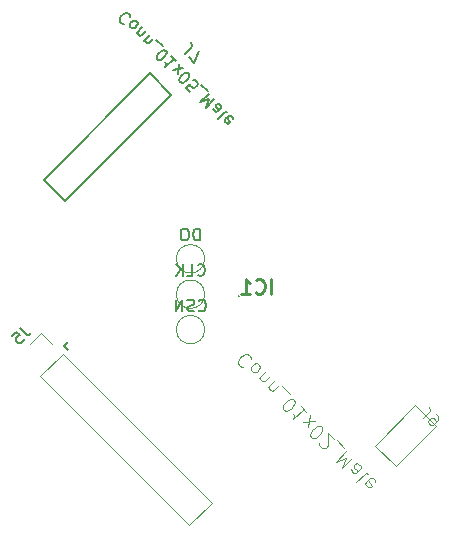
<source format=gbo>
%TF.GenerationSoftware,KiCad,Pcbnew,(6.0.8)*%
%TF.CreationDate,2022-10-29T05:30:09+02:00*%
%TF.ProjectId,view_base,76696577-5f62-4617-9365-2e6b69636164,rev?*%
%TF.SameCoordinates,Original*%
%TF.FileFunction,Legend,Bot*%
%TF.FilePolarity,Positive*%
%FSLAX46Y46*%
G04 Gerber Fmt 4.6, Leading zero omitted, Abs format (unit mm)*
G04 Created by KiCad (PCBNEW (6.0.8)) date 2022-10-29 05:30:09*
%MOMM*%
%LPD*%
G01*
G04 APERTURE LIST*
%ADD10C,0.254000*%
%ADD11C,0.150000*%
%ADD12C,0.101600*%
%ADD13C,0.100000*%
%ADD14C,0.120000*%
G04 APERTURE END LIST*
D10*
%TO.C,IC1*%
X101239761Y-100574523D02*
X101239761Y-99304523D01*
X99909285Y-100453571D02*
X99969761Y-100514047D01*
X100151190Y-100574523D01*
X100272142Y-100574523D01*
X100453571Y-100514047D01*
X100574523Y-100393095D01*
X100635000Y-100272142D01*
X100695476Y-100030238D01*
X100695476Y-99848809D01*
X100635000Y-99606904D01*
X100574523Y-99485952D01*
X100453571Y-99365000D01*
X100272142Y-99304523D01*
X100151190Y-99304523D01*
X99969761Y-99365000D01*
X99909285Y-99425476D01*
X98699761Y-100574523D02*
X99425476Y-100574523D01*
X99062619Y-100574523D02*
X99062619Y-99304523D01*
X99183571Y-99485952D01*
X99304523Y-99606904D01*
X99425476Y-99667380D01*
D11*
%TO.C,TP13*%
X95185714Y-96052380D02*
X95185714Y-95052380D01*
X94947619Y-95052380D01*
X94804761Y-95100000D01*
X94709523Y-95195238D01*
X94661904Y-95290476D01*
X94614285Y-95480952D01*
X94614285Y-95623809D01*
X94661904Y-95814285D01*
X94709523Y-95909523D01*
X94804761Y-96004761D01*
X94947619Y-96052380D01*
X95185714Y-96052380D01*
X93995238Y-95052380D02*
X93804761Y-95052380D01*
X93709523Y-95100000D01*
X93614285Y-95195238D01*
X93566666Y-95385714D01*
X93566666Y-95719047D01*
X93614285Y-95909523D01*
X93709523Y-96004761D01*
X93804761Y-96052380D01*
X93995238Y-96052380D01*
X94090476Y-96004761D01*
X94185714Y-95909523D01*
X94233333Y-95719047D01*
X94233333Y-95385714D01*
X94185714Y-95195238D01*
X94090476Y-95100000D01*
X93995238Y-95052380D01*
D12*
%TO.C,J9*%
X114113820Y-111105249D02*
X114618896Y-110600173D01*
X114686240Y-110465486D01*
X114686240Y-110330799D01*
X114618896Y-110196112D01*
X114551553Y-110128768D01*
X115191316Y-110768531D02*
X115326003Y-110903218D01*
X115359675Y-111004234D01*
X115359675Y-111071577D01*
X115326003Y-111239936D01*
X115224988Y-111408295D01*
X114955614Y-111677669D01*
X114854598Y-111711340D01*
X114787255Y-111711340D01*
X114686240Y-111677669D01*
X114551553Y-111542982D01*
X114517881Y-111441966D01*
X114517881Y-111374623D01*
X114551553Y-111273608D01*
X114719911Y-111105249D01*
X114820927Y-111071577D01*
X114888270Y-111071577D01*
X114989285Y-111105249D01*
X115123972Y-111239936D01*
X115157644Y-111340951D01*
X115157644Y-111408295D01*
X115123972Y-111509310D01*
X99542622Y-106072550D02*
X99542622Y-105991300D01*
X99461372Y-105828801D01*
X99380122Y-105747551D01*
X99217622Y-105666301D01*
X99055122Y-105666301D01*
X98933247Y-105706926D01*
X98730122Y-105828801D01*
X98608247Y-105950676D01*
X98486372Y-106153800D01*
X98445747Y-106275675D01*
X98445747Y-106438175D01*
X98526997Y-106600675D01*
X98608247Y-106681925D01*
X98770747Y-106763175D01*
X98851997Y-106763175D01*
X100111371Y-106478800D02*
X99989496Y-106438175D01*
X99908246Y-106438175D01*
X99786371Y-106478800D01*
X99542622Y-106722550D01*
X99501997Y-106844425D01*
X99501997Y-106925675D01*
X99542622Y-107047550D01*
X99664497Y-107169425D01*
X99786371Y-107210050D01*
X99867621Y-107210050D01*
X99989496Y-107169425D01*
X100233246Y-106925675D01*
X100273871Y-106803800D01*
X100273871Y-106722550D01*
X100233246Y-106600675D01*
X100111371Y-106478800D01*
X100192621Y-107697549D02*
X100761371Y-107128800D01*
X100273871Y-107616299D02*
X100273871Y-107697549D01*
X100314496Y-107819424D01*
X100436371Y-107941299D01*
X100558246Y-107981924D01*
X100680121Y-107941299D01*
X101126995Y-107494424D01*
X100964495Y-108469424D02*
X101533245Y-107900674D01*
X101045745Y-108388174D02*
X101045745Y-108469424D01*
X101086370Y-108591298D01*
X101208245Y-108713173D01*
X101330120Y-108753798D01*
X101451995Y-108713173D01*
X101898870Y-108266299D01*
X102183245Y-108388174D02*
X102833244Y-109038173D01*
X102264494Y-110338172D02*
X102345744Y-110419422D01*
X102467619Y-110460047D01*
X102548869Y-110460047D01*
X102670744Y-110419422D01*
X102873869Y-110297547D01*
X103076994Y-110094422D01*
X103198869Y-109891297D01*
X103239494Y-109769423D01*
X103239494Y-109688173D01*
X103198869Y-109566298D01*
X103117619Y-109485048D01*
X102995744Y-109444423D01*
X102914494Y-109444423D01*
X102792619Y-109485048D01*
X102589494Y-109606923D01*
X102386369Y-109810047D01*
X102264494Y-110013172D01*
X102223870Y-110135047D01*
X102223870Y-110216297D01*
X102264494Y-110338172D01*
X104214493Y-110581922D02*
X103726993Y-110094422D01*
X103970743Y-110338172D02*
X103117619Y-111191296D01*
X103158244Y-110988172D01*
X103158244Y-110825672D01*
X103117619Y-110703797D01*
X104498868Y-110866297D02*
X104376993Y-111881921D01*
X103930118Y-111435046D02*
X104945742Y-111313171D01*
X104580118Y-112653795D02*
X104661368Y-112735045D01*
X104783242Y-112775670D01*
X104864492Y-112775670D01*
X104986367Y-112735045D01*
X105189492Y-112613170D01*
X105392617Y-112410045D01*
X105514492Y-112206921D01*
X105555117Y-112085046D01*
X105555117Y-112003796D01*
X105514492Y-111881921D01*
X105433242Y-111800671D01*
X105311367Y-111760046D01*
X105230117Y-111760046D01*
X105108242Y-111800671D01*
X104905117Y-111922546D01*
X104701993Y-112125671D01*
X104580118Y-112328796D01*
X104539493Y-112450670D01*
X104539493Y-112531920D01*
X104580118Y-112653795D01*
X105270742Y-113181920D02*
X105270742Y-113263170D01*
X105311367Y-113385045D01*
X105514492Y-113588170D01*
X105636367Y-113628794D01*
X105717617Y-113628794D01*
X105839492Y-113588170D01*
X105920742Y-113506920D01*
X106001992Y-113344420D01*
X106001992Y-112369420D01*
X106530116Y-112897545D01*
X106773866Y-112978795D02*
X107423865Y-113628794D01*
X107545740Y-113913169D02*
X106692616Y-114766294D01*
X107586365Y-114441294D01*
X107261366Y-115335043D01*
X108114490Y-114481919D01*
X108886364Y-115253793D02*
X108439490Y-115700668D01*
X108317615Y-115741293D01*
X108195740Y-115700668D01*
X108033240Y-115538168D01*
X107992615Y-115416293D01*
X108845739Y-115294418D02*
X108805114Y-115172543D01*
X108601990Y-114969418D01*
X108480115Y-114928793D01*
X108358240Y-114969418D01*
X108276990Y-115050668D01*
X108236365Y-115172543D01*
X108276990Y-115294418D01*
X108480115Y-115497543D01*
X108520740Y-115619418D01*
X109414489Y-115781918D02*
X109292614Y-115741293D01*
X109170739Y-115781918D01*
X108439490Y-116513167D01*
X110023863Y-116472542D02*
X109983238Y-116350667D01*
X109820739Y-116188167D01*
X109698864Y-116147543D01*
X109576989Y-116188167D01*
X109251989Y-116513167D01*
X109211364Y-116635042D01*
X109251989Y-116756917D01*
X109414489Y-116919417D01*
X109536364Y-116960042D01*
X109658239Y-116919417D01*
X109739489Y-116838167D01*
X109414489Y-116350667D01*
D11*
%TO.C,J5*%
X79925345Y-103453940D02*
X80430421Y-103959016D01*
X80565108Y-104026360D01*
X80699795Y-104026360D01*
X80834482Y-103959016D01*
X80901825Y-103891673D01*
X79251910Y-104127375D02*
X79588627Y-103790658D01*
X79959016Y-104093703D01*
X79891673Y-104093703D01*
X79790658Y-104127375D01*
X79622299Y-104295734D01*
X79588627Y-104396749D01*
X79588627Y-104464093D01*
X79622299Y-104565108D01*
X79790658Y-104733467D01*
X79891673Y-104767138D01*
X79959016Y-104767138D01*
X80060032Y-104733467D01*
X80228390Y-104565108D01*
X80262062Y-104464093D01*
X80262062Y-104396749D01*
%TO.C,TP12*%
X94995238Y-98957142D02*
X95042857Y-99004761D01*
X95185714Y-99052380D01*
X95280952Y-99052380D01*
X95423809Y-99004761D01*
X95519047Y-98909523D01*
X95566666Y-98814285D01*
X95614285Y-98623809D01*
X95614285Y-98480952D01*
X95566666Y-98290476D01*
X95519047Y-98195238D01*
X95423809Y-98100000D01*
X95280952Y-98052380D01*
X95185714Y-98052380D01*
X95042857Y-98100000D01*
X94995238Y-98147619D01*
X94090476Y-99052380D02*
X94566666Y-99052380D01*
X94566666Y-98052380D01*
X93757142Y-99052380D02*
X93757142Y-98052380D01*
X93185714Y-99052380D02*
X93614285Y-98480952D01*
X93185714Y-98052380D02*
X93757142Y-98623809D01*
%TO.C,J7*%
X93975419Y-80253175D02*
X94480495Y-79748099D01*
X94547839Y-79613412D01*
X94547839Y-79478725D01*
X94480495Y-79344038D01*
X94413152Y-79276695D01*
X94244793Y-80522549D02*
X94716198Y-80993954D01*
X95120259Y-79983801D01*
X89311881Y-77138539D02*
X89311881Y-77071195D01*
X89244538Y-76936508D01*
X89177194Y-76869165D01*
X89042507Y-76801821D01*
X88907820Y-76801821D01*
X88806805Y-76835493D01*
X88638446Y-76936508D01*
X88537431Y-77037524D01*
X88436416Y-77205882D01*
X88402744Y-77306898D01*
X88402744Y-77441585D01*
X88470087Y-77576272D01*
X88537431Y-77643615D01*
X88672118Y-77710959D01*
X88739461Y-77710959D01*
X89783286Y-77475256D02*
X89682270Y-77441585D01*
X89614927Y-77441585D01*
X89513912Y-77475256D01*
X89311881Y-77677287D01*
X89278209Y-77778302D01*
X89278209Y-77845646D01*
X89311881Y-77946661D01*
X89412896Y-78047676D01*
X89513912Y-78081348D01*
X89581255Y-78081348D01*
X89682270Y-78047676D01*
X89884301Y-77845646D01*
X89917973Y-77744630D01*
X89917973Y-77677287D01*
X89884301Y-77576272D01*
X89783286Y-77475256D01*
X89850629Y-78485409D02*
X90322034Y-78014004D01*
X89917973Y-78418065D02*
X89917973Y-78485409D01*
X89951644Y-78586424D01*
X90052660Y-78687439D01*
X90153675Y-78721111D01*
X90254690Y-78687439D01*
X90625079Y-78317050D01*
X90490392Y-79125172D02*
X90961797Y-78653768D01*
X90557736Y-79057829D02*
X90557736Y-79125172D01*
X90591408Y-79226187D01*
X90692423Y-79327203D01*
X90793438Y-79360874D01*
X90894453Y-79327203D01*
X91264843Y-78956813D01*
X91500545Y-79057829D02*
X92039293Y-79596577D01*
X91567888Y-80674073D02*
X91635232Y-80741416D01*
X91736247Y-80775088D01*
X91803591Y-80775088D01*
X91904606Y-80741416D01*
X92072965Y-80640401D01*
X92241323Y-80472042D01*
X92342339Y-80303683D01*
X92376010Y-80202668D01*
X92376010Y-80135325D01*
X92342339Y-80034309D01*
X92274995Y-79966966D01*
X92173980Y-79933294D01*
X92106636Y-79933294D01*
X92005621Y-79966966D01*
X91837262Y-80067981D01*
X91668904Y-80236340D01*
X91567888Y-80404699D01*
X91534217Y-80505714D01*
X91534217Y-80573057D01*
X91567888Y-80674073D01*
X93184133Y-80876103D02*
X92780071Y-80472042D01*
X92982102Y-80674073D02*
X92274995Y-81381179D01*
X92308667Y-81212821D01*
X92308667Y-81078134D01*
X92274995Y-80977118D01*
X93419835Y-81111805D02*
X93318820Y-81953599D01*
X92948430Y-81583210D02*
X93790224Y-81482195D01*
X93487178Y-82593363D02*
X93554522Y-82660706D01*
X93655537Y-82694378D01*
X93722881Y-82694378D01*
X93823896Y-82660706D01*
X93992255Y-82559691D01*
X94160613Y-82391332D01*
X94261629Y-82222973D01*
X94295300Y-82121958D01*
X94295300Y-82054615D01*
X94261629Y-81953599D01*
X94194285Y-81886256D01*
X94093270Y-81852584D01*
X94025926Y-81852584D01*
X93924911Y-81886256D01*
X93756552Y-81987271D01*
X93588194Y-82155630D01*
X93487178Y-82323989D01*
X93453507Y-82425004D01*
X93453507Y-82492347D01*
X93487178Y-82593363D01*
X94362644Y-83468828D02*
X94025926Y-83132111D01*
X94328972Y-82761721D01*
X94328972Y-82829065D01*
X94362644Y-82930080D01*
X94531003Y-83098439D01*
X94632018Y-83132111D01*
X94699361Y-83132111D01*
X94800377Y-83098439D01*
X94968735Y-82930080D01*
X95002407Y-82829065D01*
X95002407Y-82761721D01*
X94968735Y-82660706D01*
X94800377Y-82492347D01*
X94699361Y-82458676D01*
X94632018Y-82458676D01*
X95305453Y-82862737D02*
X95844201Y-83401485D01*
X95945216Y-83637187D02*
X95238109Y-84344294D01*
X95978888Y-84074920D01*
X95709514Y-84815698D01*
X96416621Y-84108591D01*
X97056384Y-84748355D02*
X96685995Y-85118744D01*
X96584979Y-85152416D01*
X96483964Y-85118744D01*
X96349277Y-84984057D01*
X96315605Y-84883042D01*
X97022712Y-84782026D02*
X96989040Y-84681011D01*
X96820682Y-84512652D01*
X96719666Y-84478981D01*
X96618651Y-84512652D01*
X96551308Y-84579996D01*
X96517636Y-84681011D01*
X96551308Y-84782026D01*
X96719666Y-84950385D01*
X96753338Y-85051400D01*
X97494117Y-85186087D02*
X97393101Y-85152416D01*
X97292086Y-85186087D01*
X96685995Y-85792179D01*
X97999193Y-85758507D02*
X97965521Y-85657492D01*
X97830834Y-85522805D01*
X97729819Y-85489133D01*
X97628804Y-85522805D01*
X97359430Y-85792179D01*
X97325758Y-85893194D01*
X97359430Y-85994209D01*
X97494117Y-86128896D01*
X97595132Y-86162568D01*
X97696147Y-86128896D01*
X97763491Y-86061553D01*
X97494117Y-85657492D01*
%TO.C,TP11*%
X95090476Y-101957142D02*
X95138095Y-102004761D01*
X95280952Y-102052380D01*
X95376190Y-102052380D01*
X95519047Y-102004761D01*
X95614285Y-101909523D01*
X95661904Y-101814285D01*
X95709523Y-101623809D01*
X95709523Y-101480952D01*
X95661904Y-101290476D01*
X95614285Y-101195238D01*
X95519047Y-101100000D01*
X95376190Y-101052380D01*
X95280952Y-101052380D01*
X95138095Y-101100000D01*
X95090476Y-101147619D01*
X94709523Y-102004761D02*
X94566666Y-102052380D01*
X94328571Y-102052380D01*
X94233333Y-102004761D01*
X94185714Y-101957142D01*
X94138095Y-101861904D01*
X94138095Y-101766666D01*
X94185714Y-101671428D01*
X94233333Y-101623809D01*
X94328571Y-101576190D01*
X94519047Y-101528571D01*
X94614285Y-101480952D01*
X94661904Y-101433333D01*
X94709523Y-101338095D01*
X94709523Y-101242857D01*
X94661904Y-101147619D01*
X94614285Y-101100000D01*
X94519047Y-101052380D01*
X94280952Y-101052380D01*
X94138095Y-101100000D01*
X93709523Y-102052380D02*
X93709523Y-101052380D01*
X93138095Y-102052380D01*
X93138095Y-101052380D01*
D13*
%TO.C,IC1*%
X98400000Y-100750000D02*
X98400000Y-100750000D01*
X98500000Y-100750000D02*
X98500000Y-100750000D01*
X98500000Y-100750000D02*
G75*
G03*
X98400000Y-100750000I-50000J0D01*
G01*
X98400000Y-100750000D02*
G75*
G03*
X98500000Y-100750000I50000J0D01*
G01*
D14*
%TO.C,TP13*%
X95600000Y-97600000D02*
G75*
G03*
X95600000Y-97600000I-1200000J0D01*
G01*
D13*
%TO.C,J9*%
X110019060Y-113413173D02*
X111786827Y-115180940D01*
X115180940Y-111786827D02*
X113413173Y-110019060D01*
X111786827Y-115180940D02*
X115180940Y-111786827D01*
X113413173Y-110019060D02*
X110019060Y-113413173D01*
D14*
%TO.C,J5*%
X83562905Y-105682001D02*
X81682001Y-107562905D01*
X82664879Y-104783975D02*
X81724427Y-103843523D01*
X96177690Y-118296786D02*
X94296786Y-120177690D01*
X83562905Y-105682001D02*
X96177690Y-118296786D01*
X81682001Y-107562905D02*
X94296786Y-120177690D01*
X81724427Y-103843523D02*
X80783975Y-104783975D01*
%TO.C,TP12*%
X95600000Y-100600000D02*
G75*
G03*
X95600000Y-100600000I-1200000J0D01*
G01*
D11*
%TO.C,J7*%
X90992102Y-81911846D02*
X92788154Y-83707898D01*
X83807898Y-92688154D02*
X92788154Y-83707898D01*
X82011846Y-90892102D02*
X83807898Y-92688154D01*
X90992102Y-81911846D02*
X82011846Y-90892102D01*
D14*
%TO.C,TP11*%
X95600000Y-103600000D02*
G75*
G03*
X95600000Y-103600000I-1200000J0D01*
G01*
D11*
%TO.C,J1*%
X83670398Y-105003806D02*
X84023951Y-104650253D01*
X84023951Y-105357360D02*
X83670398Y-105003806D01*
%TD*%
M02*

</source>
